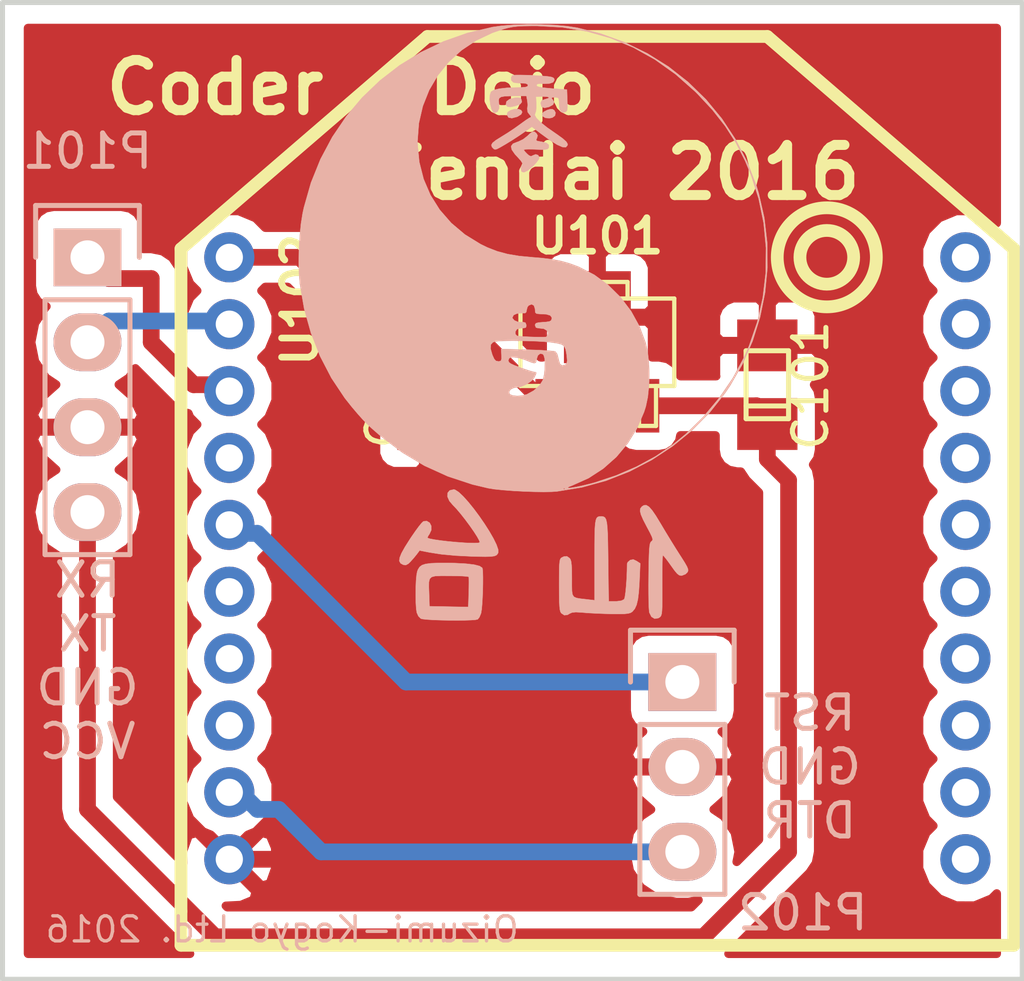
<source format=kicad_pcb>
(kicad_pcb (version 4) (host pcbnew 4.0.1-stable)

  (general
    (links 14)
    (no_connects 0)
    (area 91.364999 63.424999 121.995001 92.785001)
    (thickness 1.6)
    (drawings 10)
    (tracks 38)
    (zones 0)
    (modules 7)
    (nets 8)
  )

  (page A4)
  (layers
    (0 F.Cu signal hide)
    (31 B.Cu signal)
    (32 B.Adhes user hide)
    (33 F.Adhes user hide)
    (34 B.Paste user hide)
    (35 F.Paste user hide)
    (36 B.SilkS user)
    (37 F.SilkS user hide)
    (38 B.Mask user)
    (39 F.Mask user)
    (40 Dwgs.User user hide)
    (41 Cmts.User user hide)
    (42 Eco1.User user hide)
    (43 Eco2.User user hide)
    (44 Edge.Cuts user)
    (45 Margin user hide)
    (46 B.CrtYd user hide)
    (47 F.CrtYd user hide)
    (48 B.Fab user hide)
    (49 F.Fab user hide)
  )

  (setup
    (last_trace_width 0.5)
    (trace_clearance 0.2)
    (zone_clearance 0.508)
    (zone_45_only no)
    (trace_min 0.25)
    (segment_width 0.2)
    (edge_width 0.15)
    (via_size 0.6)
    (via_drill 0.4)
    (via_min_size 0.1)
    (via_min_drill 0.3)
    (uvia_size 0.3)
    (uvia_drill 0.1)
    (uvias_allowed no)
    (uvia_min_size 0.2)
    (uvia_min_drill 0.1)
    (pcb_text_width 0.3)
    (pcb_text_size 1.5 1.5)
    (mod_edge_width 0.15)
    (mod_text_size 1 1)
    (mod_text_width 0.15)
    (pad_size 1.524 1.524)
    (pad_drill 0.762)
    (pad_to_mask_clearance 0.2)
    (aux_axis_origin 0 0)
    (visible_elements 7FFFFFFF)
    (pcbplotparams
      (layerselection 0x010f0_80000001)
      (usegerberextensions false)
      (excludeedgelayer true)
      (linewidth 0.100000)
      (plotframeref false)
      (viasonmask false)
      (mode 1)
      (useauxorigin false)
      (hpglpennumber 1)
      (hpglpenspeed 20)
      (hpglpendiameter 15)
      (hpglpenoverlay 2)
      (psnegative false)
      (psa4output false)
      (plotreference true)
      (plotvalue true)
      (plotinvisibletext false)
      (padsonsilk false)
      (subtractmaskfromsilk false)
      (outputformat 1)
      (mirror false)
      (drillshape 0)
      (scaleselection 1)
      (outputdirectory ""))
  )

  (net 0 "")
  (net 1 +5V)
  (net 2 "Net-(P101-Pad1)")
  (net 3 "Net-(P101-Pad2)")
  (net 4 "Net-(P102-Pad1)")
  (net 5 "Net-(P102-Pad3)")
  (net 6 +3V3)
  (net 7 GND)

  (net_class Default "これは標準のネット クラスです。"
    (clearance 0.2)
    (trace_width 0.5)
    (via_dia 0.6)
    (via_drill 0.4)
    (uvia_dia 0.3)
    (uvia_drill 0.1)
    (add_net +3V3)
    (add_net +5V)
    (add_net GND)
    (add_net "Net-(P101-Pad1)")
    (add_net "Net-(P101-Pad2)")
    (add_net "Net-(P102-Pad1)")
    (add_net "Net-(P102-Pad3)")
  )

  (module w_smd_trans:sot89 (layer F.Cu) (tedit 56B615B6) (tstamp 56B61162)
    (at 109.22 73.66)
    (descr SOT89)
    (path /56EE1811)
    (fp_text reference U101 (at 0 -3.175) (layer F.SilkS)
      (effects (font (size 1.00076 1.00076) (thickness 0.20066)))
    )
    (fp_text value TA48L033F (at 0 -2.921) (layer F.SilkS) hide
      (effects (font (size 1.00076 1.00076) (thickness 0.20066)))
    )
    (fp_line (start 1.2446 2.5019) (end 1.7526 2.5019) (layer F.SilkS) (width 0.127))
    (fp_line (start 1.7526 2.5019) (end 1.7526 1.3081) (layer F.SilkS) (width 0.127))
    (fp_line (start 1.2446 2.5019) (end 1.2446 1.3081) (layer F.SilkS) (width 0.127))
    (fp_line (start -0.254 2.5019) (end -0.254 1.3081) (layer F.SilkS) (width 0.127))
    (fp_line (start 0.254 2.5019) (end 0.254 1.3081) (layer F.SilkS) (width 0.127))
    (fp_line (start -0.254 2.5019) (end 0.254 2.5019) (layer F.SilkS) (width 0.127))
    (fp_line (start -1.7526 2.5019) (end -1.2446 2.5019) (layer F.SilkS) (width 0.127))
    (fp_line (start -1.2446 2.5019) (end -1.2446 1.3081) (layer F.SilkS) (width 0.127))
    (fp_line (start -1.7526 2.5019) (end -1.7526 1.3081) (layer F.SilkS) (width 0.127))
    (fp_line (start -0.9017 -1.8034) (end 0.9017 -1.8034) (layer F.SilkS) (width 0.127))
    (fp_line (start 0.9017 -1.8034) (end 0.9017 -1.3081) (layer F.SilkS) (width 0.127))
    (fp_line (start -0.9017 -1.8034) (end -0.9017 -1.3081) (layer F.SilkS) (width 0.127))
    (fp_line (start -2.2987 1.3081) (end -2.2987 -1.3081) (layer F.SilkS) (width 0.127))
    (fp_line (start -2.2987 -1.3081) (end 2.2987 -1.3081) (layer F.SilkS) (width 0.127))
    (fp_line (start 2.2987 -1.3081) (end 2.2987 1.3081) (layer F.SilkS) (width 0.127))
    (fp_line (start 2.2987 1.3081) (end -2.2987 1.3081) (layer F.SilkS) (width 0.127))
    (pad 1 smd rect (at -1.50114 1.89992) (size 0.70104 1.6002) (layers F.Cu F.Paste F.Mask)
      (net 6 +3V3))
    (pad 2 smd rect (at 0 1.651) (size 0.70104 2.10058) (layers F.Cu F.Paste F.Mask)
      (net 7 GND))
    (pad 3 smd rect (at 1.50114 1.89992) (size 0.70104 1.6002) (layers F.Cu F.Paste F.Mask)
      (net 1 +5V))
    (pad 2 smd rect (at 0 -0.7493) (size 1.99898 2.75082) (layers F.Cu F.Paste F.Mask)
      (net 7 GND))
    (model walter/smd_trans/sot89.wrl
      (at (xyz 0 0 0))
      (scale (xyz 1 1 1))
      (rotate (xyz 0 0 0))
    )
  )

  (module Pin_Headers:Pin_Header_Straight_1x04 placed (layer B.Cu) (tedit 56B615C3) (tstamp 56B61149)
    (at 93.98 71.12 180)
    (descr "Through hole pin header")
    (tags "pin header")
    (path /569CEA46)
    (fp_text reference P101 (at 0 3.175 180) (layer B.SilkS)
      (effects (font (size 1 1) (thickness 0.15)) (justify mirror))
    )
    (fp_text value CONN_01X04 (at 0 3.1 180) (layer B.Fab) hide
      (effects (font (size 1 1) (thickness 0.15)) (justify mirror))
    )
    (fp_line (start -1.75 1.75) (end -1.75 -9.4) (layer B.CrtYd) (width 0.05))
    (fp_line (start 1.75 1.75) (end 1.75 -9.4) (layer B.CrtYd) (width 0.05))
    (fp_line (start -1.75 1.75) (end 1.75 1.75) (layer B.CrtYd) (width 0.05))
    (fp_line (start -1.75 -9.4) (end 1.75 -9.4) (layer B.CrtYd) (width 0.05))
    (fp_line (start -1.27 -1.27) (end -1.27 -8.89) (layer B.SilkS) (width 0.15))
    (fp_line (start 1.27 -1.27) (end 1.27 -8.89) (layer B.SilkS) (width 0.15))
    (fp_line (start 1.55 1.55) (end 1.55 0) (layer B.SilkS) (width 0.15))
    (fp_line (start -1.27 -8.89) (end 1.27 -8.89) (layer B.SilkS) (width 0.15))
    (fp_line (start 1.27 -1.27) (end -1.27 -1.27) (layer B.SilkS) (width 0.15))
    (fp_line (start -1.55 0) (end -1.55 1.55) (layer B.SilkS) (width 0.15))
    (fp_line (start -1.55 1.55) (end 1.55 1.55) (layer B.SilkS) (width 0.15))
    (pad 1 thru_hole rect (at 0 0 180) (size 2.032 1.7272) (drill 1.016) (layers *.Cu *.Mask B.SilkS)
      (net 2 "Net-(P101-Pad1)"))
    (pad 2 thru_hole oval (at 0 -2.54 180) (size 2.032 1.7272) (drill 1.016) (layers *.Cu *.Mask B.SilkS)
      (net 3 "Net-(P101-Pad2)"))
    (pad 3 thru_hole oval (at 0 -5.08 180) (size 2.032 1.7272) (drill 1.016) (layers *.Cu *.Mask B.SilkS)
      (net 7 GND))
    (pad 4 thru_hole oval (at 0 -7.62 180) (size 2.032 1.7272) (drill 1.016) (layers *.Cu *.Mask B.SilkS)
      (net 1 +5V))
    (model Pin_Headers.3dshapes/Pin_Header_Straight_1x04.wrl
      (at (xyz 0 -0.15 0))
      (scale (xyz 1 1 1))
      (rotate (xyz 0 0 90))
    )
  )

  (module Pin_Headers:Pin_Header_Straight_1x03 placed (layer B.Cu) (tedit 56B9FA6E) (tstamp 56B6115B)
    (at 111.76 83.82 180)
    (descr "Through hole pin header")
    (tags "pin header")
    (path /569CE9E7)
    (fp_text reference P102 (at -3.6 -6.9 180) (layer B.SilkS)
      (effects (font (size 1 1) (thickness 0.15)) (justify mirror))
    )
    (fp_text value CONN_01X03 (at 0 3.1 180) (layer B.Fab) hide
      (effects (font (size 1 1) (thickness 0.15)) (justify mirror))
    )
    (fp_line (start -1.75 1.75) (end -1.75 -6.85) (layer B.CrtYd) (width 0.05))
    (fp_line (start 1.75 1.75) (end 1.75 -6.85) (layer B.CrtYd) (width 0.05))
    (fp_line (start -1.75 1.75) (end 1.75 1.75) (layer B.CrtYd) (width 0.05))
    (fp_line (start -1.75 -6.85) (end 1.75 -6.85) (layer B.CrtYd) (width 0.05))
    (fp_line (start -1.27 -1.27) (end -1.27 -6.35) (layer B.SilkS) (width 0.15))
    (fp_line (start -1.27 -6.35) (end 1.27 -6.35) (layer B.SilkS) (width 0.15))
    (fp_line (start 1.27 -6.35) (end 1.27 -1.27) (layer B.SilkS) (width 0.15))
    (fp_line (start 1.55 1.55) (end 1.55 0) (layer B.SilkS) (width 0.15))
    (fp_line (start 1.27 -1.27) (end -1.27 -1.27) (layer B.SilkS) (width 0.15))
    (fp_line (start -1.55 0) (end -1.55 1.55) (layer B.SilkS) (width 0.15))
    (fp_line (start -1.55 1.55) (end 1.55 1.55) (layer B.SilkS) (width 0.15))
    (pad 1 thru_hole rect (at 0 0 180) (size 2.032 1.7272) (drill 1.016) (layers *.Cu *.Mask B.SilkS)
      (net 4 "Net-(P102-Pad1)"))
    (pad 2 thru_hole oval (at 0 -2.54 180) (size 2.032 1.7272) (drill 1.016) (layers *.Cu *.Mask B.SilkS)
      (net 7 GND))
    (pad 3 thru_hole oval (at 0 -5.08 180) (size 2.032 1.7272) (drill 1.016) (layers *.Cu *.Mask B.SilkS)
      (net 5 "Net-(P102-Pad3)"))
    (model Pin_Headers.3dshapes/Pin_Header_Straight_1x03.wrl
      (at (xyz 0 -0.1 0))
      (scale (xyz 1 1 1))
      (rotate (xyz 0 0 90))
    )
  )

  (module xBee:XBee placed (layer F.Cu) (tedit 56B61890) (tstamp 56B6117A)
    (at 109.22 71.12)
    (path /56B55039)
    (fp_text reference U102 (at -8.89 1.27 270) (layer F.SilkS)
      (effects (font (size 1.00076 1.00076) (thickness 0.20066)))
    )
    (fp_text value XBEE (at 0 3.175) (layer F.SilkS) hide
      (effects (font (thickness 0.3048)))
    )
    (fp_line (start -12.446 19.558) (end -12.446 20.574) (layer F.SilkS) (width 0.381))
    (fp_line (start 12.446 19.558) (end 12.446 20.574) (layer F.SilkS) (width 0.381))
    (fp_circle (center 6.858 0) (end 7.62 0.254) (layer F.SilkS) (width 0.381))
    (fp_circle (center 6.858 0) (end 8.128 0.762) (layer F.SilkS) (width 0.381))
    (fp_line (start -12.446 19.558) (end -12.446 -0.254) (layer F.SilkS) (width 0.381))
    (fp_line (start 12.446 0) (end 12.446 -0.254) (layer F.SilkS) (width 0.381))
    (fp_line (start 12.446 19.558) (end 12.446 0) (layer F.SilkS) (width 0.381))
    (fp_line (start -12.446 20.574) (end 12.446 20.574) (layer F.SilkS) (width 0.381))
    (fp_line (start 12.446 -0.254) (end 5.08 -6.604) (layer F.SilkS) (width 0.381))
    (fp_line (start -12.446 -0.254) (end -5.08 -6.604) (layer F.SilkS) (width 0.381))
    (fp_line (start -5.08 -6.604) (end 5.08 -6.604) (layer F.SilkS) (width 0.381))
    (pad 20 thru_hole circle (at 11.00074 0) (size 1.5 1.5) (drill 0.8128) (layers *.Cu))
    (pad 16 thru_hole circle (at 11.00074 8.001) (size 1.5 1.5) (drill 0.8128) (layers *.Cu))
    (pad 14 thru_hole circle (at 11.00074 11.99896) (size 1.5 1.5) (drill 0.8128) (layers *.Cu))
    (pad 15 thru_hole circle (at 11.00074 9.99998) (size 1.5 1.5) (drill 0.8128) (layers *.Cu))
    (pad 18 thru_hole circle (at 11.00074 4.0005) (size 1.5 1.5) (drill 0.8128) (layers *.Cu))
    (pad 17 thru_hole circle (at 11.00074 5.99948) (size 1.5 1.5) (drill 0.8128) (layers *.Cu))
    (pad 19 thru_hole circle (at 11.00074 1.99898) (size 1.5 1.5) (drill 0.8128) (layers *.Cu))
    (pad 12 thru_hole circle (at 11.00074 15.99946) (size 1.5 1.5) (drill 0.8128) (layers *.Cu))
    (pad 11 thru_hole circle (at 11.00074 18.00098) (size 1.5 1.5) (drill 0.8128) (layers *.Cu))
    (pad 13 thru_hole circle (at 11.00074 14.00048) (size 1.5 1.5) (drill 0.8128) (layers *.Cu))
    (pad 8 thru_hole circle (at -11.00074 14.00048) (size 1.5 1.5) (drill 0.8128) (layers *.Cu))
    (pad 10 thru_hole circle (at -11.00074 18.00098) (size 1.5 1.5) (drill 0.8128) (layers *.Cu)
      (net 7 GND))
    (pad 9 thru_hole circle (at -11.00074 15.99946) (size 1.5 1.5) (drill 0.8128) (layers *.Cu)
      (net 5 "Net-(P102-Pad3)"))
    (pad 2 thru_hole circle (at -11.00074 1.99898) (size 1.5 1.5) (drill 0.8128) (layers *.Cu)
      (net 3 "Net-(P101-Pad2)"))
    (pad 4 thru_hole circle (at -11.00074 5.99948) (size 1.5 1.5) (drill 0.8128) (layers *.Cu))
    (pad 3 thru_hole circle (at -11.00074 4.0005) (size 1.5 1.5) (drill 0.8128) (layers *.Cu)
      (net 2 "Net-(P101-Pad1)"))
    (pad 6 thru_hole circle (at -11.00074 9.99998) (size 1.5 1.5) (drill 0.8128) (layers *.Cu))
    (pad 7 thru_hole circle (at -11.00074 11.99896) (size 1.5 1.5) (drill 0.8128) (layers *.Cu))
    (pad 5 thru_hole circle (at -11.00074 8.001) (size 1.5 1.5) (drill 0.8128) (layers *.Cu)
      (net 4 "Net-(P102-Pad1)"))
    (pad 1 thru_hole circle (at -11.00074 0) (size 1.5 1.5) (drill 0.8128) (layers *.Cu)
      (net 6 +3V3))
    (model Radio/Xbee.wrl
      (at (xyz 0 0 -0.1))
      (scale (xyz 1 1 1))
      (rotate (xyz 270 0 0))
    )
  )

  (module Capacitors_Tantalum_SMD:TantalC_SizeR_EIA-2012 (layer F.Cu) (tedit 0) (tstamp 56EE48C9)
    (at 114.3 74.93 270)
    (descr "Tantal Cap. , Size C, EIA-2012")
    (path /56B54795)
    (fp_text reference C101 (at 0.0254 -1.2954 270) (layer F.SilkS)
      (effects (font (size 1 1) (thickness 0.15)))
    )
    (fp_text value 1.0u (at 0 1.27 270) (layer F.Fab)
      (effects (font (size 1 1) (thickness 0.15)))
    )
    (fp_line (start 0.635 -0.635) (end 0.635 0.635) (layer F.SilkS) (width 0.15))
    (fp_line (start -1.016 -0.635) (end -1.016 0.635) (layer F.SilkS) (width 0.15))
    (fp_line (start -1.016 0.635) (end 1.016 0.635) (layer F.SilkS) (width 0.15))
    (fp_line (start 1.016 0.635) (end 1.016 -0.635) (layer F.SilkS) (width 0.15))
    (fp_line (start 1.016 -0.635) (end -1.016 -0.635) (layer F.SilkS) (width 0.15))
    (pad 1 smd rect (at 1.17602 0 270) (size 1.5494 1.80086) (layers F.Cu F.Paste F.Mask)
      (net 1 +5V))
    (pad 2 smd rect (at -1.17602 0 270) (size 1.5494 1.80086) (layers F.Cu F.Paste F.Mask)
      (net 7 GND))
    (model Capacitors_Tantalum_SMD.3dshapes/TantalC_SizeR_EIA-2012.wrl
      (at (xyz 0 0 0))
      (scale (xyz 1 1 1))
      (rotate (xyz 0 0 0))
    )
  )

  (module Capacitors_Tantalum_SMD:TantalC_SizeR_EIA-2012 (layer F.Cu) (tedit 0) (tstamp 56EE48CE)
    (at 104.14 74.93 90)
    (descr "Tantal Cap. , Size C, EIA-2012")
    (path /56B547CC)
    (fp_text reference C102 (at 0.0254 -1.2954 90) (layer F.SilkS)
      (effects (font (size 1 1) (thickness 0.15)))
    )
    (fp_text value 1.0u (at 0 1.27 90) (layer F.Fab)
      (effects (font (size 1 1) (thickness 0.15)))
    )
    (fp_line (start 0.635 -0.635) (end 0.635 0.635) (layer F.SilkS) (width 0.15))
    (fp_line (start -1.016 -0.635) (end -1.016 0.635) (layer F.SilkS) (width 0.15))
    (fp_line (start -1.016 0.635) (end 1.016 0.635) (layer F.SilkS) (width 0.15))
    (fp_line (start 1.016 0.635) (end 1.016 -0.635) (layer F.SilkS) (width 0.15))
    (fp_line (start 1.016 -0.635) (end -1.016 -0.635) (layer F.SilkS) (width 0.15))
    (pad 1 smd rect (at 1.17602 0 90) (size 1.5494 1.80086) (layers F.Cu F.Paste F.Mask)
      (net 6 +3V3))
    (pad 2 smd rect (at -1.17602 0 90) (size 1.5494 1.80086) (layers F.Cu F.Paste F.Mask)
      (net 7 GND))
    (model Capacitors_Tantalum_SMD.3dshapes/TantalC_SizeR_EIA-2012.wrl
      (at (xyz 0 0 0))
      (scale (xyz 1 1 1))
      (rotate (xyz 0 0 0))
    )
  )

  (module mBotBT:coderDojoSendaiLogo (layer B.Cu) (tedit 0) (tstamp 56EE4A00)
    (at 107.442 73.152 180)
    (fp_text reference G*** (at 0 0 180) (layer B.SilkS) hide
      (effects (font (thickness 0.3)) (justify mirror))
    )
    (fp_text value LOGO (at 0.75 0 180) (layer B.SilkS) hide
      (effects (font (thickness 0.3)) (justify mirror))
    )
    (fp_poly (pts (xy 2.981172 -7.109006) (xy 3.197479 -7.117475) (xy 3.353518 -7.137508) (xy 3.461418 -7.172466)
      (xy 3.533309 -7.22571) (xy 3.581321 -7.300602) (xy 3.605189 -7.361654) (xy 3.625969 -7.469688)
      (xy 3.640956 -7.639056) (xy 3.649867 -7.846602) (xy 3.652417 -8.069172) (xy 3.648323 -8.283613)
      (xy 3.637299 -8.46677) (xy 3.620256 -8.590222) (xy 3.571516 -8.699892) (xy 3.499642 -8.772125)
      (xy 3.428853 -8.788322) (xy 3.290782 -8.801941) (xy 3.102366 -8.812771) (xy 2.880545 -8.8206)
      (xy 2.642255 -8.825218) (xy 2.404436 -8.826414) (xy 2.184024 -8.823975) (xy 1.997959 -8.817692)
      (xy 1.863177 -8.807352) (xy 1.797641 -8.793349) (xy 1.748729 -8.733134) (xy 1.704077 -8.626958)
      (xy 1.697221 -8.602849) (xy 1.680857 -8.502269) (xy 1.666682 -8.345861) (xy 1.655183 -8.152262)
      (xy 1.646849 -7.940108) (xy 1.642165 -7.728035) (xy 1.642076 -7.69641) (xy 2.060454 -7.69641)
      (xy 2.062701 -7.860557) (xy 2.066186 -7.990961) (xy 2.07998 -8.425421) (xy 3.2385 -8.403167)
      (xy 3.25099 -8.043334) (xy 3.258816 -7.829785) (xy 3.2568 -7.679899) (xy 3.232648 -7.582465)
      (xy 3.174065 -7.526269) (xy 3.068756 -7.500099) (xy 2.904427 -7.492743) (xy 2.668782 -7.492988)
      (xy 2.647525 -7.493) (xy 2.437814 -7.495233) (xy 2.260959 -7.50135) (xy 2.132921 -7.510481)
      (xy 2.069662 -7.521753) (xy 2.065861 -7.52475) (xy 2.061503 -7.577996) (xy 2.060454 -7.69641)
      (xy 1.642076 -7.69641) (xy 1.64162 -7.53468) (xy 1.6457 -7.37868) (xy 1.654894 -7.27867)
      (xy 1.661973 -7.25479) (xy 1.741613 -7.200564) (xy 1.904326 -7.158721) (xy 2.149415 -7.129362)
      (xy 2.476184 -7.112585) (xy 2.692466 -7.10874) (xy 2.981172 -7.109006)) (layer B.SilkS) (width 0.01))
    (fp_poly (pts (xy -3.169203 -5.383337) (xy -3.11095 -5.419123) (xy -3.065611 -5.475916) (xy -3.054618 -5.552692)
      (xy -3.081025 -5.662149) (xy -3.147888 -5.816988) (xy -3.257642 -6.028755) (xy -3.350677 -6.203888)
      (xy -3.406374 -6.320112) (xy -3.429376 -6.392043) (xy -3.424326 -6.434297) (xy -3.395865 -6.461491)
      (xy -3.395225 -6.461896) (xy -3.371776 -6.48466) (xy -3.353583 -6.526688) (xy -3.339762 -6.598443)
      (xy -3.329427 -6.710388) (xy -3.321694 -6.872983) (xy -3.315676 -7.096692) (xy -3.310491 -7.391977)
      (xy -3.309214 -7.478653) (xy -3.306753 -7.76565) (xy -3.307587 -8.031726) (xy -3.311423 -8.262644)
      (xy -3.31797 -8.444164) (xy -3.326938 -8.562048) (xy -3.331967 -8.591656) (xy -3.394034 -8.716758)
      (xy -3.488861 -8.774514) (xy -3.60085 -8.757355) (xy -3.633365 -8.73795) (xy -3.662377 -8.713882)
      (xy -3.684057 -8.680313) (xy -3.699411 -8.62583) (xy -3.709444 -8.539019) (xy -3.715161 -8.408464)
      (xy -3.717567 -8.222753) (xy -3.717667 -7.97047) (xy -3.717058 -7.787431) (xy -3.716896 -7.521874)
      (xy -3.718409 -7.286121) (xy -3.721378 -7.09289) (xy -3.725586 -6.9549) (xy -3.730814 -6.88487)
      (xy -3.732628 -6.878928) (xy -3.763244 -6.902748) (xy -3.829591 -6.982427) (xy -3.920126 -7.103584)
      (xy -3.973523 -7.179053) (xy -4.08365 -7.332527) (xy -4.162583 -7.426612) (xy -4.223854 -7.473807)
      (xy -4.280998 -7.486612) (xy -4.304812 -7.485017) (xy -4.410353 -7.443352) (xy -4.469762 -7.387167)
      (xy -4.48913 -7.344187) (xy -4.486764 -7.291838) (xy -4.456575 -7.215993) (xy -4.392474 -7.102528)
      (xy -4.288371 -6.937317) (xy -4.250775 -6.879167) (xy -4.118555 -6.671201) (xy -3.963956 -6.421723)
      (xy -3.806612 -6.162727) (xy -3.671655 -5.935595) (xy -3.527722 -5.698253) (xy -3.412662 -5.530944)
      (xy -3.319324 -5.427079) (xy -3.240555 -5.380073) (xy -3.169203 -5.383337)) (layer B.SilkS) (width 0.01))
    (fp_poly (pts (xy -1.832716 -5.717737) (xy -1.789578 -5.731806) (xy -1.756399 -5.766) (xy -1.731872 -5.829109)
      (xy -1.714694 -5.929924) (xy -1.703559 -6.077236) (xy -1.697162 -6.279834) (xy -1.694199 -6.546511)
      (xy -1.693364 -6.886057) (xy -1.693333 -7.020462) (xy -1.693333 -8.224324) (xy -1.451686 -8.195923)
      (xy -1.276468 -8.176274) (xy -1.155585 -8.156196) (xy -1.079029 -8.121453) (xy -1.036796 -8.057812)
      (xy -1.018881 -7.951039) (xy -1.015277 -7.786899) (xy -1.016 -7.576101) (xy -1.014019 -7.34011)
      (xy -1.007044 -7.174555) (xy -0.99353 -7.065279) (xy -0.97193 -6.998121) (xy -0.949476 -6.966857)
      (xy -0.868101 -6.908711) (xy -0.781951 -6.914079) (xy -0.716884 -6.944156) (xy -0.687929 -6.964836)
      (xy -0.66672 -6.99932) (xy -0.652061 -7.059622) (xy -0.642756 -7.157756) (xy -0.637609 -7.305737)
      (xy -0.635423 -7.515579) (xy -0.635 -7.766632) (xy -0.636051 -8.050254) (xy -0.639821 -8.261007)
      (xy -0.647238 -8.410671) (xy -0.659229 -8.511024) (xy -0.676721 -8.573846) (xy -0.700641 -8.610916)
      (xy -0.701524 -8.61181) (xy -0.793304 -8.671555) (xy -0.890978 -8.65735) (xy -0.953664 -8.619991)
      (xy -1.024868 -8.589528) (xy -1.134329 -8.579259) (xy -1.301915 -8.587832) (xy -1.354667 -8.592706)
      (xy -1.528181 -8.605903) (xy -1.754815 -8.617837) (xy -2.003023 -8.627064) (xy -2.205027 -8.631663)
      (xy -2.433066 -8.6335) (xy -2.592469 -8.629906) (xy -2.699188 -8.619132) (xy -2.769173 -8.599429)
      (xy -2.818375 -8.569047) (xy -2.824677 -8.563699) (xy -2.895982 -8.479997) (xy -2.949789 -8.362272)
      (xy -2.988985 -8.198138) (xy -3.016459 -7.97521) (xy -3.035097 -7.6811) (xy -3.036191 -7.656465)
      (xy -3.059414 -7.12143) (xy -2.950712 -7.050207) (xy -2.853244 -7.004374) (xy -2.769759 -7.018159)
      (xy -2.754506 -7.025814) (xy -2.685713 -7.085293) (xy -2.667 -7.131698) (xy -2.663444 -7.34863)
      (xy -2.653751 -7.572926) (xy -2.639384 -7.786867) (xy -2.621806 -7.97273) (xy -2.602481 -8.112793)
      (xy -2.582871 -8.189335) (xy -2.579186 -8.195293) (xy -2.500893 -8.235349) (xy -2.362485 -8.254221)
      (xy -2.32315 -8.255) (xy -2.116667 -8.255) (xy -2.113989 -8.053917) (xy -2.112687 -7.954116)
      (xy -2.110506 -7.784603) (xy -2.107637 -7.560321) (xy -2.10427 -7.296219) (xy -2.100598 -7.007243)
      (xy -2.09858 -6.848108) (xy -2.093468 -6.508647) (xy -2.086602 -6.244477) (xy -2.076232 -6.046221)
      (xy -2.060609 -5.904504) (xy -2.037982 -5.80995) (xy -2.006603 -5.753182) (xy -1.964721 -5.724825)
      (xy -1.910586 -5.715502) (xy -1.887117 -5.715) (xy -1.832716 -5.717737)) (layer B.SilkS) (width 0.01))
    (fp_poly (pts (xy 2.636209 -4.939324) (xy 2.698921 -5.015794) (xy 2.702081 -5.125827) (xy 2.64471 -5.255173)
      (xy 2.546582 -5.370641) (xy 2.436687 -5.485675) (xy 2.307674 -5.637929) (xy 2.170333 -5.812485)
      (xy 2.035457 -5.994426) (xy 1.913838 -6.168834) (xy 1.816269 -6.320793) (xy 1.75354 -6.435385)
      (xy 1.735667 -6.491523) (xy 1.776103 -6.507645) (xy 1.890912 -6.513931) (xy 2.070341 -6.510119)
      (xy 2.19075 -6.503764) (xy 2.449474 -6.484872) (xy 2.696803 -6.461455) (xy 2.919009 -6.435373)
      (xy 3.102364 -6.408486) (xy 3.233142 -6.382653) (xy 3.297614 -6.359734) (xy 3.302 -6.353221)
      (xy 3.279069 -6.300161) (xy 3.239846 -6.241675) (xy 3.184546 -6.121105) (xy 3.185861 -6.002826)
      (xy 3.234001 -5.907414) (xy 3.319172 -5.855447) (xy 3.420016 -5.86305) (xy 3.468431 -5.906373)
      (xy 3.551631 -6.007668) (xy 3.659243 -6.153287) (xy 3.780895 -6.329583) (xy 3.823463 -6.39386)
      (xy 3.976343 -6.635546) (xy 4.078491 -6.820027) (xy 4.132255 -6.956058) (xy 4.139981 -7.052397)
      (xy 4.104016 -7.1178) (xy 4.028877 -7.160234) (xy 3.948445 -7.171896) (xy 3.871689 -7.13089)
      (xy 3.81721 -7.078911) (xy 3.715206 -6.965863) (xy 3.623088 -6.853139) (xy 3.6195 -6.848377)
      (xy 3.534833 -6.735366) (xy 3.2385 -6.79393) (xy 2.886118 -6.848514) (xy 2.458766 -6.888438)
      (xy 1.964986 -6.912968) (xy 1.799167 -6.917344) (xy 1.568524 -6.920448) (xy 1.407936 -6.916377)
      (xy 1.302904 -6.902339) (xy 1.238928 -6.875542) (xy 1.20151 -6.833194) (xy 1.185801 -6.799222)
      (xy 1.187697 -6.705549) (xy 1.237743 -6.560746) (xy 1.327562 -6.376716) (xy 1.448777 -6.165362)
      (xy 1.59301 -5.938586) (xy 1.751886 -5.708292) (xy 1.917026 -5.486382) (xy 2.080054 -5.28476)
      (xy 2.232593 -5.115327) (xy 2.366265 -4.989988) (xy 2.472694 -4.920646) (xy 2.514926 -4.910667)
      (xy 2.636209 -4.939324)) (layer B.SilkS) (width 0.01))
    (fp_poly (pts (xy 0.720846 8.984142) (xy 1.084915 8.955831) (xy 1.354667 8.918124) (xy 2.106663 8.739773)
      (xy 2.823149 8.486835) (xy 3.500005 8.163354) (xy 4.133111 7.773373) (xy 4.718348 7.320939)
      (xy 5.251596 6.810095) (xy 5.728735 6.244885) (xy 6.145645 5.629356) (xy 6.498206 4.96755)
      (xy 6.7823 4.263514) (xy 6.993805 3.52129) (xy 7.032009 3.344333) (xy 7.081011 3.036402)
      (xy 7.117299 2.672734) (xy 7.139754 2.281461) (xy 7.147252 1.890718) (xy 7.138674 1.528635)
      (xy 7.115658 1.245334) (xy 6.985755 0.494443) (xy 6.782857 -0.231706) (xy 6.510526 -0.92465)
      (xy 6.172324 -1.575931) (xy 5.771814 -2.177088) (xy 5.564926 -2.43769) (xy 5.387257 -2.646976)
      (xy 5.241441 -2.810913) (xy 5.106649 -2.950436) (xy 4.962054 -3.086477) (xy 4.786828 -3.23997)
      (xy 4.656667 -3.350551) (xy 4.045927 -3.811247) (xy 3.390132 -4.200842) (xy 2.692488 -4.517797)
      (xy 1.956204 -4.760573) (xy 1.481667 -4.873177) (xy 1.291483 -4.902772) (xy 1.03822 -4.929231)
      (xy 0.743437 -4.951547) (xy 0.428696 -4.968713) (xy 0.115556 -4.979724) (xy -0.174423 -4.983573)
      (xy -0.41968 -4.979254) (xy -0.5715 -4.968997) (xy -1.059441 -4.8895) (xy -0.804333 -4.8895)
      (xy -0.783167 -4.910667) (xy -0.762 -4.8895) (xy -0.783167 -4.868334) (xy -0.804333 -4.8895)
      (xy -1.059441 -4.8895) (xy -1.315305 -4.847814) (xy -2.039734 -4.647932) (xy -2.737934 -4.373536)
      (xy -3.40305 -4.028816) (xy -4.028228 -3.617959) (xy -4.606615 -3.145153) (xy -5.131355 -2.614585)
      (xy -5.595595 -2.030442) (xy -5.747276 -1.806788) (xy -6.119653 -1.156208) (xy -6.418283 -0.470223)
      (xy -6.642114 0.243171) (xy -6.790096 0.975981) (xy -6.861178 1.720209) (xy -6.855724 2.313866)
      (xy -6.81881 2.313866) (xy -6.810199 1.567318) (xy -6.722839 0.825117) (xy -6.55704 0.095291)
      (xy -6.313111 -0.614131) (xy -6.158536 -0.965889) (xy -5.823826 -1.581654) (xy -5.416515 -2.176016)
      (xy -4.948379 -2.734557) (xy -4.431196 -3.242863) (xy -4.025863 -3.576644) (xy -3.517489 -3.920111)
      (xy -2.948346 -4.228263) (xy -2.338242 -4.491768) (xy -1.706989 -4.701299) (xy -1.545167 -4.744933)
      (xy -1.32439 -4.798439) (xy -1.140921 -4.836911) (xy -1.00242 -4.85972) (xy -0.916544 -4.866235)
      (xy -0.890953 -4.855827) (xy -0.933307 -4.827866) (xy -1.037167 -4.786702) (xy -1.515009 -4.572345)
      (xy -1.953652 -4.287296) (xy -2.345994 -3.939212) (xy -2.684935 -3.53575) (xy -2.963373 -3.084564)
      (xy -3.174208 -2.59331) (xy -3.227172 -2.425666) (xy -3.286002 -2.143885) (xy -3.320412 -1.808904)
      (xy -3.330402 -1.448589) (xy -3.315971 -1.090809) (xy -3.31154 -1.05347) (xy -0.875316 -1.05347)
      (xy -0.864765 -1.130388) (xy -0.827465 -1.172895) (xy -0.818571 -1.178207) (xy -0.726971 -1.204487)
      (xy -0.663791 -1.159243) (xy -0.654831 -1.132292) (xy -0.210257 -1.132292) (xy -0.205397 -1.304817)
      (xy -0.186732 -1.475908) (xy -0.155358 -1.617445) (xy -0.144994 -1.646585) (xy -0.042253 -1.806628)
      (xy 0.122528 -1.952572) (xy 0.326903 -2.06479) (xy 0.338667 -2.069522) (xy 0.471826 -2.102974)
      (xy 0.619872 -2.1127) (xy 0.751883 -2.099427) (xy 0.836938 -2.063884) (xy 0.842944 -2.057652)
      (xy 0.859722 -1.986458) (xy 0.812099 -1.91845) (xy 0.718926 -1.872228) (xy 0.645342 -1.862667)
      (xy 0.499765 -1.835488) (xy 0.340237 -1.765748) (xy 0.198805 -1.671143) (xy 0.107512 -1.569368)
      (xy 0.104678 -1.5641) (xy 0.055511 -1.461107) (xy 0.048758 -1.411967) (xy 0.084059 -1.397469)
      (xy 0.101528 -1.397) (xy 0.165716 -1.383155) (xy 0.28771 -1.346092) (xy 0.446119 -1.29252)
      (xy 0.526965 -1.263583) (xy 0.701758 -1.197271) (xy 0.809807 -1.147527) (xy 0.865139 -1.105534)
      (xy 0.881781 -1.062474) (xy 0.88052 -1.041333) (xy 0.856344 -0.981681) (xy 0.790632 -0.958477)
      (xy 0.710669 -0.957188) (xy 0.577684 -0.977386) (xy 0.418271 -1.023345) (xy 0.342988 -1.052438)
      (xy 0.194631 -1.113056) (xy 0.105948 -1.135037) (xy 0.06002 -1.115821) (xy 0.039925 -1.052848)
      (xy 0.034432 -1.005764) (xy 0.000051 -0.903057) (xy -0.064351 -0.849418) (xy -0.136418 -0.856671)
      (xy -0.174196 -0.895418) (xy -0.200221 -0.986452) (xy -0.210257 -1.132292) (xy -0.654831 -1.132292)
      (xy -0.623229 -1.037242) (xy -0.616181 -0.995734) (xy -0.579407 -0.858879) (xy -0.523574 -0.785155)
      (xy -0.516552 -0.781672) (xy -0.452491 -0.770852) (xy -0.318767 -0.75929) (xy -0.130366 -0.747906)
      (xy 0.097725 -0.737618) (xy 0.326068 -0.730014) (xy 1.096637 -0.708515) (xy 1.088068 -0.894008)
      (xy 1.087033 -1.009345) (xy 1.106027 -1.063332) (xy 1.156906 -1.078891) (xy 1.184008 -1.0795)
      (xy 1.252777 -1.065309) (xy 1.304906 -1.009864) (xy 1.357345 -0.893858) (xy 1.365118 -0.873188)
      (xy 1.414464 -0.699039) (xy 1.408689 -0.581459) (xy 1.345978 -0.511243) (xy 1.289644 -0.490234)
      (xy 1.184293 -0.476279) (xy 1.012876 -0.467465) (xy 0.793822 -0.463547) (xy 0.545561 -0.464278)
      (xy 0.286522 -0.469412) (xy 0.035134 -0.478701) (xy -0.190174 -0.491898) (xy -0.370973 -0.508758)
      (xy -0.402576 -0.512883) (xy -0.592937 -0.54246) (xy -0.716336 -0.576998) (xy -0.789876 -0.631535)
      (xy -0.83066 -0.721115) (xy -0.855789 -0.860776) (xy -0.863258 -0.918032) (xy -0.875316 -1.05347)
      (xy -3.31154 -1.05347) (xy -3.27712 -0.763429) (xy -3.227172 -0.537668) (xy -3.042499 -0.041918)
      (xy -2.911677 0.195565) (xy -0.414971 0.195565) (xy -0.396561 0.143617) (xy -0.346279 0.114054)
      (xy -0.243334 0.098564) (xy -0.15875 0.093137) (xy -0.019577 0.081932) (xy 0.054243 0.061877)
      (xy 0.082015 0.025419) (xy 0.084667 -0.002113) (xy 0.055536 -0.069773) (xy -0.010583 -0.085245)
      (xy -0.178686 -0.104258) (xy -0.272616 -0.159809) (xy -0.296333 -0.234243) (xy -0.277726 -0.316819)
      (xy -0.247561 -0.347869) (xy -0.184147 -0.353525) (xy -0.060267 -0.354291) (xy 0.100076 -0.351045)
      (xy 0.272877 -0.344663) (xy 0.434133 -0.336022) (xy 0.559839 -0.325999) (xy 0.624417 -0.316013)
      (xy 0.670085 -0.26573) (xy 0.67096 -0.186941) (xy 0.629873 -0.121144) (xy 0.610371 -0.110363)
      (xy 0.5154 -0.08992) (xy 0.438093 -0.084667) (xy 0.360723 -0.069867) (xy 0.34392 -0.010861)
      (xy 0.346306 0.010583) (xy 0.37423 0.079732) (xy 0.447002 0.094953) (xy 0.473938 0.092523)
      (xy 0.599316 0.100582) (xy 0.703699 0.145184) (xy 0.759081 0.21269) (xy 0.762 0.232833)
      (xy 0.723878 0.306191) (xy 0.621799 0.351743) (xy 0.47625 0.36134) (xy 0.380676 0.36404)
      (xy 0.343334 0.399718) (xy 0.338667 0.446122) (xy 0.311793 0.54521) (xy 0.275706 0.592219)
      (xy 0.187628 0.628078) (xy 0.118601 0.590363) (xy 0.085506 0.490139) (xy 0.084667 0.466995)
      (xy 0.077336 0.382801) (xy 0.038693 0.346632) (xy -0.056243 0.338204) (xy -0.074083 0.338088)
      (xy -0.259594 0.326918) (xy -0.370565 0.292866) (xy -0.414822 0.232663) (xy -0.414971 0.195565)
      (xy -2.911677 0.195565) (xy -2.788391 0.419367) (xy -2.472644 0.837378) (xy -2.103052 1.203305)
      (xy -1.68741 1.508337) (xy -1.233513 1.743665) (xy -1.194532 1.759721) (xy -0.940441 1.853064)
      (xy -0.690544 1.922916) (xy -0.420825 1.974149) (xy -0.107265 2.011634) (xy 0.148167 2.032097)
      (xy 0.557698 2.070819) (xy 0.906301 2.129195) (xy 1.216551 2.212899) (xy 1.511022 2.327604)
      (xy 1.711497 2.425024) (xy 2.181155 2.714237) (xy 2.589643 3.058872) (xy 2.933597 3.453444)
      (xy 3.209656 3.892464) (xy 3.414459 4.370447) (xy 3.544642 4.881905) (xy 3.596843 5.421352)
      (xy 3.59774 5.503333) (xy 3.557342 6.04117) (xy 3.439216 6.553238) (xy 3.247965 7.033518)
      (xy 2.988193 7.475992) (xy 2.664502 7.874641) (xy 2.281496 8.223446) (xy 1.843778 8.516389)
      (xy 1.35595 8.74745) (xy 1.033579 8.856062) (xy 0.889805 8.894248) (xy 0.754121 8.920918)
      (xy 0.606372 8.937956) (xy 0.426403 8.947247) (xy 0.194061 8.950675) (xy 0.021167 8.950701)
      (xy -0.741279 8.908641) (xy -1.474609 8.787084) (xy -2.17873 8.586068) (xy -2.853551 8.305632)
      (xy -3.49898 7.945816) (xy -4.114923 7.506659) (xy -4.701289 6.9882) (xy -4.766168 6.924147)
      (xy -5.217096 6.440845) (xy -5.59731 5.95761) (xy -5.918783 5.456328) (xy -6.193491 4.918881)
      (xy -6.36906 4.499322) (xy -6.59855 3.787896) (xy -6.748364 3.056735) (xy -6.81881 2.313866)
      (xy -6.855724 2.313866) (xy -6.854308 2.467862) (xy -6.768437 3.210942) (xy -6.602513 3.941455)
      (xy -6.532802 4.169833) (xy -6.257392 4.884163) (xy -5.911364 5.555333) (xy -5.499092 6.179482)
      (xy -5.024952 6.752749) (xy -4.493317 7.271273) (xy -3.908564 7.731194) (xy -3.275067 8.128652)
      (xy -2.597201 8.459785) (xy -1.879341 8.720732) (xy -1.174979 8.897981) (xy -0.86616 8.944935)
      (xy -0.498046 8.97722) (xy -0.094757 8.994644) (xy 0.319581 8.997016) (xy 0.720846 8.984142)) (layer B.SilkS) (width 0.01))
    (fp_poly (pts (xy 0.24284 5.728062) (xy 0.310173 5.662269) (xy 0.438584 5.562319) (xy 0.584915 5.490922)
      (xy 0.613833 5.482352) (xy 0.744764 5.429954) (xy 0.800491 5.354391) (xy 0.781011 5.251156)
      (xy 0.68632 5.115742) (xy 0.613428 5.037255) (xy 0.508535 4.920274) (xy 0.458094 4.839664)
      (xy 0.461607 4.807342) (xy 0.497579 4.746843) (xy 0.508 4.675335) (xy 0.483902 4.591849)
      (xy 0.415221 4.575483) (xy 0.307375 4.625031) (xy 0.16578 4.739287) (xy 0.14891 4.755243)
      (xy 0.04803 4.862821) (xy -0.021268 4.957598) (xy -0.042333 5.010572) (xy -0.009902 5.085889)
      (xy 0.065708 5.111801) (xy 0.149947 5.078522) (xy 0.205984 5.05198) (xy 0.269159 5.080373)
      (xy 0.318741 5.123499) (xy 0.389598 5.1971) (xy 0.422957 5.245599) (xy 0.423333 5.248195)
      (xy 0.384312 5.258356) (xy 0.280173 5.262746) (xy 0.130302 5.260823) (xy 0.063606 5.258243)
      (xy -0.115654 5.252446) (xy -0.227802 5.256561) (xy -0.290058 5.272981) (xy -0.31964 5.304097)
      (xy -0.323015 5.31194) (xy -0.325136 5.39454) (xy -0.254364 5.45226) (xy -0.10585 5.488861)
      (xy -0.092674 5.490695) (xy 0.013513 5.509529) (xy 0.051253 5.53546) (xy 0.036575 5.581285)
      (xy 0.031416 5.58975) (xy 0.007143 5.672352) (xy 0.03948 5.732729) (xy 0.099483 5.786751)
      (xy 0.160808 5.786877) (xy 0.24284 5.728062)) (layer B.SilkS) (width 0.01))
    (fp_poly (pts (xy 0.671481 7.483487) (xy 0.749977 7.476859) (xy 0.758624 7.47392) (xy 0.800692 7.406917)
      (xy 0.791746 7.32182) (xy 0.737371 7.264696) (xy 0.654824 7.248708) (xy 0.529089 7.239718)
      (xy 0.483371 7.239) (xy 0.359069 7.230388) (xy 0.303225 7.201209) (xy 0.296333 7.1755)
      (xy 0.312234 7.143224) (xy 0.369815 7.123407) (xy 0.483896 7.113276) (xy 0.645583 7.110156)
      (xy 0.925086 7.1004) (xy 1.14958 7.075412) (xy 1.30977 7.036805) (xy 1.396358 6.98619)
      (xy 1.401506 6.979158) (xy 1.432242 6.882013) (xy 1.437298 6.749025) (xy 1.420945 6.604785)
      (xy 1.387457 6.473885) (xy 1.341105 6.380916) (xy 1.292209 6.35) (xy 1.206211 6.386361)
      (xy 1.160001 6.484) (xy 1.161509 6.625749) (xy 1.162446 6.630885) (xy 1.173582 6.727189)
      (xy 1.155633 6.791584) (xy 1.095941 6.830421) (xy 0.981843 6.850051) (xy 0.800679 6.856826)
      (xy 0.711001 6.857352) (xy 0.342503 6.858) (xy 0.315397 6.713514) (xy 0.30429 6.588216)
      (xy 0.314916 6.485225) (xy 0.315644 6.482846) (xy 0.306781 6.377896) (xy 0.256165 6.309832)
      (xy 0.206914 6.249205) (xy 0.208198 6.223025) (xy 0.209136 6.223) (xy 0.25958 6.198974)
      (xy 0.357618 6.135271) (xy 0.484213 6.044448) (xy 0.516053 6.020523) (xy 0.692674 5.893801)
      (xy 0.898917 5.756233) (xy 1.090083 5.637633) (xy 1.257016 5.533525) (xy 1.354631 5.454459)
      (xy 1.390621 5.390298) (xy 1.372681 5.330903) (xy 1.3462 5.300133) (xy 1.310874 5.267861)
      (xy 1.275097 5.256656) (xy 1.220999 5.271767) (xy 1.130711 5.318442) (xy 0.986363 5.401929)
      (xy 0.972995 5.409741) (xy 0.786277 5.523725) (xy 0.582169 5.655633) (xy 0.43878 5.753312)
      (xy 0.17906 5.936474) (xy -0.090387 5.730049) (xy -0.359884 5.533835) (xy -0.573673 5.400894)
      (xy -0.732135 5.33108) (xy -0.835653 5.324244) (xy -0.884609 5.380237) (xy -0.889 5.420528)
      (xy -0.851607 5.486395) (xy -0.742315 5.585254) (xy -0.565461 5.713257) (xy -0.53975 5.730496)
      (xy -0.274182 5.91593) (xy -0.078879 6.071536) (xy 0.044431 6.195655) (xy 0.094021 6.286629)
      (xy 0.084081 6.329539) (xy 0.058599 6.403178) (xy 0.046618 6.527651) (xy 0.047664 6.612267)
      (xy 0.059517 6.836833) (xy -0.139575 6.84163) (xy -0.269869 6.836709) (xy -0.33098 6.817891)
      (xy -0.317946 6.790899) (xy -0.225804 6.761452) (xy -0.211667 6.758516) (xy -0.118021 6.723452)
      (xy -0.085788 6.655808) (xy -0.084667 6.630754) (xy -0.112633 6.533684) (xy -0.196102 6.500244)
      (xy -0.334427 6.530691) (xy -0.33445 6.5307) (xy -0.451666 6.595896) (xy -0.485407 6.671029)
      (xy -0.439678 6.750941) (xy -0.404286 6.795589) (xy -0.43111 6.813028) (xy -0.504976 6.815666)
      (xy -0.586583 6.809821) (xy -0.624201 6.776532) (xy -0.63499 6.692174) (xy -0.635648 6.63575)
      (xy -0.648733 6.472207) (xy -0.689415 6.383096) (xy -0.762028 6.361441) (xy -0.800768 6.370035)
      (xy -0.847001 6.391334) (xy -0.873227 6.431421) (xy -0.883752 6.509495) (xy -0.882884 6.644755)
      (xy -0.880136 6.723815) (xy -0.867833 7.0485) (xy -0.719667 7.058834) (xy -0.444439 7.078964)
      (xy -0.242946 7.096447) (xy -0.104368 7.112981) (xy -0.017885 7.130263) (xy 0.027323 7.149991)
      (xy 0.042076 7.173862) (xy 0.042333 7.178378) (xy 0.019558 7.214005) (xy -0.058932 7.227452)
      (xy -0.171357 7.224495) (xy -0.345462 7.229403) (xy -0.455339 7.266862) (xy -0.494162 7.333655)
      (xy -0.48638 7.373083) (xy -0.461806 7.401813) (xy -0.404833 7.42381) (xy -0.302855 7.441104)
      (xy -0.143264 7.455727) (xy 0.086545 7.46971) (xy 0.126381 7.471801) (xy 0.342885 7.480902)
      (xy 0.530184 7.484817) (xy 0.671481 7.483487)) (layer B.SilkS) (width 0.01))
    (fp_poly (pts (xy -0.357615 6.458639) (xy -0.277109 6.435307) (xy -0.166005 6.376428) (xy -0.126661 6.308425)
      (xy -0.149458 6.245548) (xy -0.224781 6.202051) (xy -0.343013 6.192184) (xy -0.430312 6.20827)
      (xy -0.509355 6.264722) (xy -0.529734 6.352361) (xy -0.492741 6.425735) (xy -0.436186 6.461909)
      (xy -0.357615 6.458639)) (layer B.SilkS) (width 0.01))
    (fp_poly (pts (xy 0.810507 6.432109) (xy 0.902437 6.374147) (xy 0.923734 6.297809) (xy 0.922904 6.291055)
      (xy 0.877523 6.21366) (xy 0.776514 6.193904) (xy 0.627243 6.232852) (xy 0.600014 6.24432)
      (xy 0.498532 6.310132) (xy 0.469014 6.375878) (xy 0.499434 6.430827) (xy 0.577762 6.464249)
      (xy 0.691972 6.465414) (xy 0.810507 6.432109)) (layer B.SilkS) (width 0.01))
    (fp_poly (pts (xy 0.689499 6.80247) (xy 0.844756 6.761891) (xy 0.936344 6.694577) (xy 0.954944 6.608131)
      (xy 0.949526 6.590349) (xy 0.908959 6.539032) (xy 0.830634 6.526809) (xy 0.697513 6.552314)
      (xy 0.647667 6.566155) (xy 0.527705 6.613582) (xy 0.480634 6.672593) (xy 0.493038 6.75307)
      (xy 0.530623 6.798981) (xy 0.609579 6.810182) (xy 0.689499 6.80247)) (layer B.SilkS) (width 0.01))
  )

  (gr_text "Oizumi-Kogyo Ltd. 2016" (at 99.8 91.22) (layer B.SilkS)
    (effects (font (size 0.75 0.75) (thickness 0.1)) (justify mirror))
  )
  (gr_text "RST\nGND\nDTR" (at 115.57 86.36) (layer B.SilkS)
    (effects (font (size 1 1) (thickness 0.15)) (justify mirror))
  )
  (gr_text "RX\nTX\nGND\nVCC" (at 93.98 83.185) (layer B.SilkS)
    (effects (font (size 1 1) (thickness 0.15)) (justify mirror))
  )
  (gr_text Dojo (at 106.68 66.04) (layer F.SilkS)
    (effects (font (size 1.5 1.5) (thickness 0.3)))
  )
  (gr_text "Sendai 2016" (at 109.855 68.58) (layer F.SilkS)
    (effects (font (size 1.5 1.5) (thickness 0.3)))
  )
  (gr_text Coder (at 97.79 66.04) (layer F.SilkS)
    (effects (font (size 1.5 1.5) (thickness 0.3)))
  )
  (gr_line (start 121.92 63.5) (end 121.92 92.71) (angle 90) (layer Edge.Cuts) (width 0.15))
  (gr_line (start 91.44 92.71) (end 121.92 92.71) (angle 90) (layer Edge.Cuts) (width 0.15))
  (gr_line (start 91.44 63.5) (end 91.44 92.71) (angle 90) (layer Edge.Cuts) (width 0.15))
  (gr_line (start 121.92 63.5) (end 91.44 63.5) (angle 90) (layer Edge.Cuts) (width 0.15))

  (segment (start 110.72114 75.55992) (end 113.97742 75.55992) (width 0.5) (layer F.Cu) (net 1))
  (segment (start 113.97742 75.55992) (end 114.3 75.8825) (width 0.5) (layer F.Cu) (net 1) (tstamp 56BDFC03))
  (segment (start 114.3 75.8825) (end 114.3 77.1525) (width 0.5) (layer F.Cu) (net 1) (tstamp 56BDFC05))
  (segment (start 114.3 77.1525) (end 114.935 77.7875) (width 0.5) (layer F.Cu) (net 1) (tstamp 56BDFC06))
  (segment (start 93.98 78.74) (end 93.98 87.63) (width 0.5) (layer F.Cu) (net 1))
  (segment (start 114.935 88.9) (end 114.935 77.7875) (width 0.5) (layer F.Cu) (net 1) (tstamp 56B61693))
  (segment (start 112.395 91.44) (end 114.935 88.9) (width 0.5) (layer F.Cu) (net 1) (tstamp 56B61691))
  (segment (start 97.79 91.44) (end 112.395 91.44) (width 0.5) (layer F.Cu) (net 1) (tstamp 56B6168F))
  (segment (start 93.98 87.63) (end 97.79 91.44) (width 0.5) (layer F.Cu) (net 1) (tstamp 56B6168D))
  (segment (start 98.21926 75.1205) (end 98.425 74.93) (width 0.5) (layer F.Cu) (net 2) (status 80000))
  (segment (start 98.425 74.93) (end 97.155 74.93) (width 0.5) (layer F.Cu) (net 2) (status 80000))
  (segment (start 97.155 74.93) (end 95.885 73.66) (width 0.5) (layer F.Cu) (net 2) (status 80000))
  (segment (start 95.885 73.66) (end 95.885 71.755) (width 0.5) (layer F.Cu) (net 2) (status 80000))
  (segment (start 95.885 71.755) (end 94.615 71.755) (width 0.5) (layer F.Cu) (net 2) (status 80000))
  (segment (start 94.615 71.755) (end 93.98 71.12) (width 0.5) (layer F.Cu) (net 2) (status 80000))
  (segment (start 93.98 73.66) (end 94.615 73.025) (width 0.5) (layer B.Cu) (net 3) (status 80000))
  (segment (start 94.615 73.025) (end 98.425 73.025) (width 0.5) (layer B.Cu) (net 3) (status 80000))
  (segment (start 98.425 73.025) (end 98.21926 73.11898) (width 0.5) (layer B.Cu) (net 3) (tstamp 56B61684) (status 80000))
  (segment (start 98.21926 79.121) (end 98.425 79.375) (width 0.5) (layer B.Cu) (net 4) (status 80000))
  (segment (start 98.425 79.375) (end 99.06 79.375) (width 0.5) (layer B.Cu) (net 4) (status 80000))
  (segment (start 99.06 79.375) (end 103.505 83.82) (width 0.5) (layer B.Cu) (net 4) (status 80000))
  (segment (start 103.505 83.82) (end 111.76 83.82) (width 0.5) (layer B.Cu) (net 4) (status 80000))
  (segment (start 98.21926 87.11946) (end 98.425 86.995) (width 0.5) (layer B.Cu) (net 5) (status 80000))
  (segment (start 98.425 86.995) (end 99.06 87.63) (width 0.5) (layer B.Cu) (net 5) (status 80000))
  (segment (start 99.06 87.63) (end 99.695 87.63) (width 0.5) (layer B.Cu) (net 5) (status 80000))
  (segment (start 99.695 87.63) (end 100.965 88.9) (width 0.5) (layer B.Cu) (net 5) (status 80000))
  (segment (start 100.965 88.9) (end 111.76 88.9) (width 0.5) (layer B.Cu) (net 5) (status 80000))
  (segment (start 104.14 73.75398) (end 105.91292 73.75398) (width 0.5) (layer F.Cu) (net 6))
  (segment (start 105.91292 73.75398) (end 107.71886 75.55992) (width 0.5) (layer F.Cu) (net 6) (tstamp 56EE48E7))
  (segment (start 104.14 73.9775) (end 103.1875 73.9775) (width 0.5) (layer F.Cu) (net 6) (tstamp 56B616A6))
  (segment (start 103.1875 73.9775) (end 100.33 71.12) (width 0.5) (layer F.Cu) (net 6) (tstamp 56B616A7))
  (segment (start 100.33 71.12) (end 98.21926 71.12) (width 0.5) (layer F.Cu) (net 6) (tstamp 56B616AE))
  (segment (start 104.14 73.9775) (end 104.14 74.295) (width 0.5) (layer F.Cu) (net 6) (status 80000))
  (segment (start 109.22 72.9107) (end 109.22 75.311) (width 0.5) (layer F.Cu) (net 7))
  (segment (start 111.76 86.36) (end 104.14 86.36) (width 0.5) (layer F.Cu) (net 7))
  (segment (start 101.37902 89.12098) (end 98.21926 89.12098) (width 0.5) (layer F.Cu) (net 7) (tstamp 56B61689))
  (segment (start 104.14 86.36) (end 101.37902 89.12098) (width 0.5) (layer F.Cu) (net 7) (tstamp 56B61687))
  (segment (start 98.425 88.9) (end 98.21926 89.12098) (width 0.5) (layer F.Cu) (net 7) (tstamp 56B61685) (status 80000))

  (zone (net 7) (net_name GND) (layer F.Cu) (tstamp 56B61709) (hatch edge 0.508)
    (connect_pads (clearance 0.508))
    (min_thickness 0.254)
    (fill yes (arc_segments 16) (thermal_gap 0.508) (thermal_bridge_width 0.508))
    (polygon
      (pts
        (xy 112.395 64.135) (xy 92.075 64.135) (xy 92.075 92.075) (xy 121.285 92.075) (xy 121.285 64.135)
      )
    )
    (filled_polygon
      (pts
        (xy 121.158 70.098499) (xy 121.006304 69.946539) (xy 120.497442 69.735241) (xy 119.946455 69.73476) (xy 119.437225 69.945169)
        (xy 119.047279 70.334436) (xy 118.835981 70.843298) (xy 118.8355 71.394285) (xy 119.045909 71.903515) (xy 119.261543 72.119525)
        (xy 119.047279 72.333416) (xy 118.835981 72.842278) (xy 118.8355 73.393265) (xy 119.045909 73.902495) (xy 119.262813 74.119777)
        (xy 119.047279 74.334936) (xy 118.835981 74.843798) (xy 118.8355 75.394785) (xy 119.045909 75.904015) (xy 119.261543 76.120025)
        (xy 119.047279 76.333916) (xy 118.835981 76.842778) (xy 118.8355 77.393765) (xy 119.045909 77.902995) (xy 119.262813 78.120277)
        (xy 119.047279 78.335436) (xy 118.835981 78.844298) (xy 118.8355 79.395285) (xy 119.045909 79.904515) (xy 119.261543 80.120525)
        (xy 119.047279 80.334416) (xy 118.835981 80.843278) (xy 118.8355 81.394265) (xy 119.045909 81.903495) (xy 119.261543 82.119505)
        (xy 119.047279 82.333396) (xy 118.835981 82.842258) (xy 118.8355 83.393245) (xy 119.045909 83.902475) (xy 119.262813 84.119757)
        (xy 119.047279 84.334916) (xy 118.835981 84.843778) (xy 118.8355 85.394765) (xy 119.045909 85.903995) (xy 119.261543 86.120005)
        (xy 119.047279 86.333896) (xy 118.835981 86.842758) (xy 118.8355 87.393745) (xy 119.045909 87.902975) (xy 119.262813 88.120257)
        (xy 119.047279 88.335416) (xy 118.835981 88.844278) (xy 118.8355 89.395265) (xy 119.045909 89.904495) (xy 119.435176 90.294441)
        (xy 119.944038 90.505739) (xy 120.495025 90.50622) (xy 121.004255 90.295811) (xy 121.158 90.142334) (xy 121.158 91.948)
        (xy 113.13858 91.948) (xy 115.560787 89.525792) (xy 115.56079 89.52579) (xy 115.752633 89.238675) (xy 115.82 88.9)
        (xy 115.82 77.787505) (xy 115.820001 77.7875) (xy 115.752634 77.448826) (xy 115.674681 77.332161) (xy 115.667676 77.321678)
        (xy 115.796861 77.13261) (xy 115.84787 76.88072) (xy 115.84787 75.33132) (xy 115.803592 75.096003) (xy 115.696914 74.930221)
        (xy 115.738757 74.888378) (xy 115.83543 74.654989) (xy 115.83543 74.03973) (xy 115.67668 73.88098) (xy 114.427 73.88098)
        (xy 114.427 73.90098) (xy 114.173 73.90098) (xy 114.173 73.88098) (xy 112.92332 73.88098) (xy 112.76457 74.03973)
        (xy 112.76457 74.654989) (xy 112.772826 74.67492) (xy 111.703125 74.67492) (xy 111.674822 74.524503) (xy 111.53575 74.308379)
        (xy 111.32355 74.163389) (xy 111.07166 74.11238) (xy 110.85449 74.11238) (xy 110.85449 73.19645) (xy 110.69574 73.0377)
        (xy 109.347 73.0377) (xy 109.347 75.184) (xy 109.367 75.184) (xy 109.367 75.438) (xy 109.347 75.438)
        (xy 109.347 76.83754) (xy 109.50575 76.99629) (xy 109.696829 76.99629) (xy 109.930218 76.899617) (xy 109.972975 76.856861)
        (xy 110.11873 76.956451) (xy 110.37062 77.00746) (xy 111.07166 77.00746) (xy 111.306977 76.963182) (xy 111.523101 76.82411)
        (xy 111.668091 76.61191) (xy 111.701907 76.44492) (xy 112.75213 76.44492) (xy 112.75213 76.88072) (xy 112.796408 77.116037)
        (xy 112.93548 77.332161) (xy 113.14768 77.477151) (xy 113.39957 77.52816) (xy 113.507079 77.52816) (xy 113.608756 77.68033)
        (xy 113.67421 77.77829) (xy 114.05 78.154079) (xy 114.05 88.533421) (xy 113.383734 89.199687) (xy 113.443345 88.9)
        (xy 113.329271 88.326511) (xy 113.004415 87.84033) (xy 112.694931 87.633539) (xy 113.110732 87.262036) (xy 113.364709 86.734791)
        (xy 113.367358 86.719026) (xy 113.246217 86.487) (xy 111.887 86.487) (xy 111.887 86.507) (xy 111.633 86.507)
        (xy 111.633 86.487) (xy 110.273783 86.487) (xy 110.152642 86.719026) (xy 110.155291 86.734791) (xy 110.409268 87.262036)
        (xy 110.825069 87.633539) (xy 110.515585 87.84033) (xy 110.190729 88.326511) (xy 110.076655 88.9) (xy 110.190729 89.473489)
        (xy 110.515585 89.95967) (xy 111.001766 90.284526) (xy 111.575255 90.3986) (xy 111.944745 90.3986) (xy 112.244432 90.338989)
        (xy 112.02842 90.555) (xy 98.156579 90.555) (xy 98.114665 90.513086) (xy 98.564708 90.49021) (xy 98.943183 90.33344)
        (xy 99.011172 90.092497) (xy 98.21926 89.300585) (xy 98.205118 89.314728) (xy 98.025513 89.135123) (xy 98.039655 89.12098)
        (xy 98.398865 89.12098) (xy 99.190777 89.912892) (xy 99.43172 89.844903) (xy 99.616461 89.325809) (xy 99.58849 88.775532)
        (xy 99.43172 88.397057) (xy 99.190777 88.329068) (xy 98.398865 89.12098) (xy 98.039655 89.12098) (xy 97.247743 88.329068)
        (xy 97.0068 88.397057) (xy 96.822059 88.916151) (xy 96.838357 89.236777) (xy 94.865 87.26342) (xy 94.865 80.039824)
        (xy 95.224415 79.79967) (xy 95.549271 79.313489) (xy 95.663345 78.74) (xy 95.549271 78.166511) (xy 95.224415 77.68033)
        (xy 94.914931 77.473539) (xy 95.330732 77.102036) (xy 95.584709 76.574791) (xy 95.587358 76.559026) (xy 95.466217 76.327)
        (xy 94.107 76.327) (xy 94.107 76.347) (xy 93.853 76.347) (xy 93.853 76.327) (xy 92.493783 76.327)
        (xy 92.372642 76.559026) (xy 92.375291 76.574791) (xy 92.629268 77.102036) (xy 93.045069 77.473539) (xy 92.735585 77.68033)
        (xy 92.410729 78.166511) (xy 92.296655 78.74) (xy 92.410729 79.313489) (xy 92.735585 79.79967) (xy 93.095 80.039824)
        (xy 93.095 87.629995) (xy 93.094999 87.63) (xy 93.136837 87.84033) (xy 93.162367 87.968675) (xy 93.283165 88.149463)
        (xy 93.35421 88.25579) (xy 97.046421 91.948) (xy 92.202 91.948) (xy 92.202 73.66) (xy 92.296655 73.66)
        (xy 92.410729 74.233489) (xy 92.735585 74.71967) (xy 93.045069 74.926461) (xy 92.629268 75.297964) (xy 92.375291 75.825209)
        (xy 92.372642 75.840974) (xy 92.493783 76.073) (xy 93.853 76.073) (xy 93.853 76.053) (xy 94.107 76.053)
        (xy 94.107 76.073) (xy 95.466217 76.073) (xy 95.587358 75.840974) (xy 95.584709 75.825209) (xy 95.330732 75.297964)
        (xy 94.914931 74.926461) (xy 95.224415 74.71967) (xy 95.41214 74.43872) (xy 96.529208 75.555787) (xy 96.52921 75.55579)
        (xy 96.777627 75.721776) (xy 96.816325 75.747633) (xy 96.994454 75.783066) (xy 97.044429 75.904015) (xy 97.260063 76.120025)
        (xy 97.045799 76.333916) (xy 96.834501 76.842778) (xy 96.83402 77.393765) (xy 97.044429 77.902995) (xy 97.261333 78.120277)
        (xy 97.045799 78.335436) (xy 96.834501 78.844298) (xy 96.83402 79.395285) (xy 97.044429 79.904515) (xy 97.260063 80.120525)
        (xy 97.045799 80.334416) (xy 96.834501 80.843278) (xy 96.83402 81.394265) (xy 97.044429 81.903495) (xy 97.260063 82.119505)
        (xy 97.045799 82.333396) (xy 96.834501 82.842258) (xy 96.83402 83.393245) (xy 97.044429 83.902475) (xy 97.261333 84.119757)
        (xy 97.045799 84.334916) (xy 96.834501 84.843778) (xy 96.83402 85.394765) (xy 97.044429 85.903995) (xy 97.260063 86.120005)
        (xy 97.045799 86.333896) (xy 96.834501 86.842758) (xy 96.83402 87.393745) (xy 97.044429 87.902975) (xy 97.433696 88.292921)
        (xy 97.668167 88.390282) (xy 98.21926 88.941375) (xy 98.770279 88.390356) (xy 99.002775 88.294291) (xy 99.392721 87.905024)
        (xy 99.604019 87.396162) (xy 99.6045 86.845175) (xy 99.394091 86.335945) (xy 99.178457 86.119935) (xy 99.392721 85.906044)
        (xy 99.604019 85.397182) (xy 99.6045 84.846195) (xy 99.394091 84.336965) (xy 99.177187 84.119683) (xy 99.392721 83.904524)
        (xy 99.604019 83.395662) (xy 99.604402 82.9564) (xy 110.09656 82.9564) (xy 110.09656 84.6836) (xy 110.140838 84.918917)
        (xy 110.27991 85.135041) (xy 110.49211 85.280031) (xy 110.586927 85.299232) (xy 110.409268 85.457964) (xy 110.155291 85.985209)
        (xy 110.152642 86.000974) (xy 110.273783 86.233) (xy 111.633 86.233) (xy 111.633 86.213) (xy 111.887 86.213)
        (xy 111.887 86.233) (xy 113.246217 86.233) (xy 113.367358 86.000974) (xy 113.364709 85.985209) (xy 113.110732 85.457964)
        (xy 112.935155 85.301093) (xy 113.011317 85.286762) (xy 113.227441 85.14769) (xy 113.372431 84.93549) (xy 113.42344 84.6836)
        (xy 113.42344 82.9564) (xy 113.379162 82.721083) (xy 113.24009 82.504959) (xy 113.02789 82.359969) (xy 112.776 82.30896)
        (xy 110.744 82.30896) (xy 110.508683 82.353238) (xy 110.292559 82.49231) (xy 110.147569 82.70451) (xy 110.09656 82.9564)
        (xy 99.604402 82.9564) (xy 99.6045 82.844675) (xy 99.394091 82.335445) (xy 99.178457 82.119435) (xy 99.392721 81.905544)
        (xy 99.604019 81.396682) (xy 99.6045 80.845695) (xy 99.394091 80.336465) (xy 99.178457 80.120455) (xy 99.392721 79.906564)
        (xy 99.604019 79.397702) (xy 99.6045 78.846715) (xy 99.394091 78.337485) (xy 99.177187 78.120203) (xy 99.392721 77.905044)
        (xy 99.604019 77.396182) (xy 99.6045 76.845195) (xy 99.41715 76.39177) (xy 102.60457 76.39177) (xy 102.60457 77.007029)
        (xy 102.701243 77.240418) (xy 102.879871 77.419047) (xy 103.11326 77.51572) (xy 103.85425 77.51572) (xy 104.013 77.35697)
        (xy 104.013 76.23302) (xy 104.267 76.23302) (xy 104.267 77.35697) (xy 104.42575 77.51572) (xy 105.16674 77.51572)
        (xy 105.400129 77.419047) (xy 105.578757 77.240418) (xy 105.67543 77.007029) (xy 105.67543 76.39177) (xy 105.51668 76.23302)
        (xy 104.267 76.23302) (xy 104.013 76.23302) (xy 102.76332 76.23302) (xy 102.60457 76.39177) (xy 99.41715 76.39177)
        (xy 99.394091 76.335965) (xy 99.178457 76.119955) (xy 99.392721 75.906064) (xy 99.604019 75.397202) (xy 99.6045 74.846215)
        (xy 99.394091 74.336985) (xy 99.177187 74.119703) (xy 99.392721 73.904544) (xy 99.604019 73.395682) (xy 99.6045 72.844695)
        (xy 99.394091 72.335465) (xy 99.178457 72.119455) (xy 99.293112 72.005) (xy 99.96342 72.005) (xy 102.561708 74.603287)
        (xy 102.56171 74.60329) (xy 102.612562 74.637268) (xy 102.636408 74.763997) (xy 102.743086 74.929779) (xy 102.701243 74.971622)
        (xy 102.60457 75.205011) (xy 102.60457 75.82027) (xy 102.76332 75.97902) (xy 104.013 75.97902) (xy 104.013 75.95902)
        (xy 104.267 75.95902) (xy 104.267 75.97902) (xy 105.51668 75.97902) (xy 105.67543 75.82027) (xy 105.67543 75.205011)
        (xy 105.578757 74.971622) (xy 105.535724 74.928589) (xy 105.636861 74.78057) (xy 105.645461 74.738101) (xy 106.7209 75.813539)
        (xy 106.7209 76.36002) (xy 106.765178 76.595337) (xy 106.90425 76.811461) (xy 107.11645 76.956451) (xy 107.36834 77.00746)
        (xy 108.06938 77.00746) (xy 108.304697 76.963182) (xy 108.468161 76.857996) (xy 108.509782 76.899617) (xy 108.743171 76.99629)
        (xy 108.93425 76.99629) (xy 109.093 76.83754) (xy 109.093 75.438) (xy 109.073 75.438) (xy 109.073 75.184)
        (xy 109.093 75.184) (xy 109.093 73.0377) (xy 107.74426 73.0377) (xy 107.58551 73.19645) (xy 107.58551 74.11238)
        (xy 107.522899 74.11238) (xy 106.53871 73.12819) (xy 106.485296 73.0925) (xy 106.251595 72.936347) (xy 106.195404 72.92517)
        (xy 105.91292 72.868979) (xy 105.912915 72.86898) (xy 105.667116 72.86898) (xy 105.664104 72.852971) (xy 112.76457 72.852971)
        (xy 112.76457 73.46823) (xy 112.92332 73.62698) (xy 114.173 73.62698) (xy 114.173 72.50303) (xy 114.427 72.50303)
        (xy 114.427 73.62698) (xy 115.67668 73.62698) (xy 115.83543 73.46823) (xy 115.83543 72.852971) (xy 115.738757 72.619582)
        (xy 115.560129 72.440953) (xy 115.32674 72.34428) (xy 114.58575 72.34428) (xy 114.427 72.50303) (xy 114.173 72.50303)
        (xy 114.01425 72.34428) (xy 113.27326 72.34428) (xy 113.039871 72.440953) (xy 112.861243 72.619582) (xy 112.76457 72.852971)
        (xy 105.664104 72.852971) (xy 105.643592 72.743963) (xy 105.50452 72.527839) (xy 105.29232 72.382849) (xy 105.04043 72.33184)
        (xy 103.23957 72.33184) (xy 103.004253 72.376118) (xy 102.90291 72.441331) (xy 101.87056 71.40898) (xy 107.58551 71.40898)
        (xy 107.58551 72.62495) (xy 107.74426 72.7837) (xy 109.093 72.7837) (xy 109.093 71.05904) (xy 109.347 71.05904)
        (xy 109.347 72.7837) (xy 110.69574 72.7837) (xy 110.85449 72.62495) (xy 110.85449 71.40898) (xy 110.757817 71.175591)
        (xy 110.579188 70.996963) (xy 110.345799 70.90029) (xy 109.50575 70.90029) (xy 109.347 71.05904) (xy 109.093 71.05904)
        (xy 108.93425 70.90029) (xy 108.094201 70.90029) (xy 107.860812 70.996963) (xy 107.682183 71.175591) (xy 107.58551 71.40898)
        (xy 101.87056 71.40898) (xy 100.95579 70.49421) (xy 100.719736 70.336485) (xy 100.668675 70.302367) (xy 100.612484 70.29119)
        (xy 100.33 70.234999) (xy 100.329995 70.235) (xy 99.292783 70.235) (xy 99.004824 69.946539) (xy 98.495962 69.735241)
        (xy 97.944975 69.73476) (xy 97.435745 69.945169) (xy 97.045799 70.334436) (xy 96.834501 70.843298) (xy 96.83402 71.394285)
        (xy 97.044429 71.903515) (xy 97.260063 72.119525) (xy 97.045799 72.333416) (xy 96.834501 72.842278) (xy 96.834051 73.357472)
        (xy 96.77 73.29342) (xy 96.77 71.755) (xy 96.702633 71.416325) (xy 96.51079 71.12921) (xy 96.223675 70.937367)
        (xy 95.885 70.87) (xy 95.64344 70.87) (xy 95.64344 70.2564) (xy 95.599162 70.021083) (xy 95.46009 69.804959)
        (xy 95.24789 69.659969) (xy 94.996 69.60896) (xy 92.964 69.60896) (xy 92.728683 69.653238) (xy 92.512559 69.79231)
        (xy 92.367569 70.00451) (xy 92.31656 70.2564) (xy 92.31656 71.9836) (xy 92.360838 72.218917) (xy 92.49991 72.435041)
        (xy 92.71211 72.580031) (xy 92.753439 72.5884) (xy 92.735585 72.60033) (xy 92.410729 73.086511) (xy 92.296655 73.66)
        (xy 92.202 73.66) (xy 92.202 64.262) (xy 121.158 64.262)
      )
    )
  )
)

</source>
